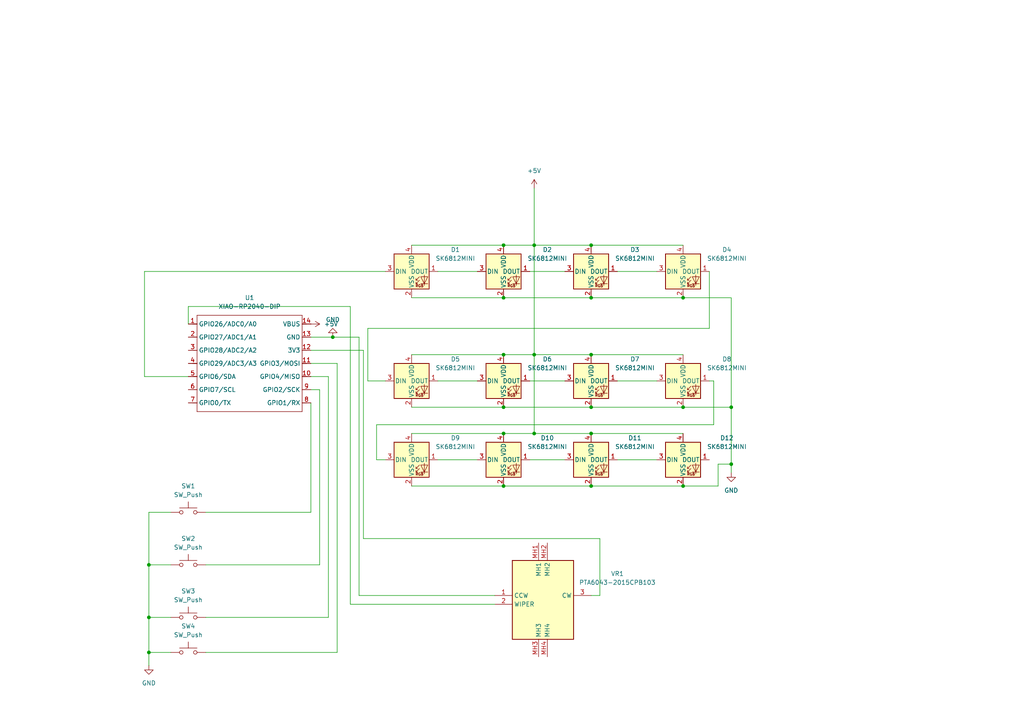
<source format=kicad_sch>
(kicad_sch
	(version 20231120)
	(generator "eeschema")
	(generator_version "8.0")
	(uuid "c4f95ff7-6de6-465e-9d55-f9d88775c0f8")
	(paper "A4")
	(lib_symbols
		(symbol "LED:SK6812MINI"
			(pin_names
				(offset 0.254)
			)
			(exclude_from_sim no)
			(in_bom yes)
			(on_board yes)
			(property "Reference" "D"
				(at 5.08 5.715 0)
				(effects
					(font
						(size 1.27 1.27)
					)
					(justify right bottom)
				)
			)
			(property "Value" "SK6812MINI"
				(at 1.27 -5.715 0)
				(effects
					(font
						(size 1.27 1.27)
					)
					(justify left top)
				)
			)
			(property "Footprint" "LED_SMD:LED_SK6812MINI_PLCC4_3.5x3.5mm_P1.75mm"
				(at 1.27 -7.62 0)
				(effects
					(font
						(size 1.27 1.27)
					)
					(justify left top)
					(hide yes)
				)
			)
			(property "Datasheet" "https://cdn-shop.adafruit.com/product-files/2686/SK6812MINI_REV.01-1-2.pdf"
				(at 2.54 -9.525 0)
				(effects
					(font
						(size 1.27 1.27)
					)
					(justify left top)
					(hide yes)
				)
			)
			(property "Description" "RGB LED with integrated controller"
				(at 0 0 0)
				(effects
					(font
						(size 1.27 1.27)
					)
					(hide yes)
				)
			)
			(property "ki_keywords" "RGB LED NeoPixel Mini addressable"
				(at 0 0 0)
				(effects
					(font
						(size 1.27 1.27)
					)
					(hide yes)
				)
			)
			(property "ki_fp_filters" "LED*SK6812MINI*PLCC*3.5x3.5mm*P1.75mm*"
				(at 0 0 0)
				(effects
					(font
						(size 1.27 1.27)
					)
					(hide yes)
				)
			)
			(symbol "SK6812MINI_0_0"
				(text "RGB"
					(at 2.286 -4.191 0)
					(effects
						(font
							(size 0.762 0.762)
						)
					)
				)
			)
			(symbol "SK6812MINI_0_1"
				(polyline
					(pts
						(xy 1.27 -3.556) (xy 1.778 -3.556)
					)
					(stroke
						(width 0)
						(type default)
					)
					(fill
						(type none)
					)
				)
				(polyline
					(pts
						(xy 1.27 -2.54) (xy 1.778 -2.54)
					)
					(stroke
						(width 0)
						(type default)
					)
					(fill
						(type none)
					)
				)
				(polyline
					(pts
						(xy 4.699 -3.556) (xy 2.667 -3.556)
					)
					(stroke
						(width 0)
						(type default)
					)
					(fill
						(type none)
					)
				)
				(polyline
					(pts
						(xy 2.286 -2.54) (xy 1.27 -3.556) (xy 1.27 -3.048)
					)
					(stroke
						(width 0)
						(type default)
					)
					(fill
						(type none)
					)
				)
				(polyline
					(pts
						(xy 2.286 -1.524) (xy 1.27 -2.54) (xy 1.27 -2.032)
					)
					(stroke
						(width 0)
						(type default)
					)
					(fill
						(type none)
					)
				)
				(polyline
					(pts
						(xy 3.683 -1.016) (xy 3.683 -3.556) (xy 3.683 -4.064)
					)
					(stroke
						(width 0)
						(type default)
					)
					(fill
						(type none)
					)
				)
				(polyline
					(pts
						(xy 4.699 -1.524) (xy 2.667 -1.524) (xy 3.683 -3.556) (xy 4.699 -1.524)
					)
					(stroke
						(width 0)
						(type default)
					)
					(fill
						(type none)
					)
				)
				(rectangle
					(start 5.08 5.08)
					(end -5.08 -5.08)
					(stroke
						(width 0.254)
						(type default)
					)
					(fill
						(type background)
					)
				)
			)
			(symbol "SK6812MINI_1_1"
				(pin output line
					(at 7.62 0 180)
					(length 2.54)
					(name "DOUT"
						(effects
							(font
								(size 1.27 1.27)
							)
						)
					)
					(number "1"
						(effects
							(font
								(size 1.27 1.27)
							)
						)
					)
				)
				(pin power_in line
					(at 0 -7.62 90)
					(length 2.54)
					(name "VSS"
						(effects
							(font
								(size 1.27 1.27)
							)
						)
					)
					(number "2"
						(effects
							(font
								(size 1.27 1.27)
							)
						)
					)
				)
				(pin input line
					(at -7.62 0 0)
					(length 2.54)
					(name "DIN"
						(effects
							(font
								(size 1.27 1.27)
							)
						)
					)
					(number "3"
						(effects
							(font
								(size 1.27 1.27)
							)
						)
					)
				)
				(pin power_in line
					(at 0 7.62 270)
					(length 2.54)
					(name "VDD"
						(effects
							(font
								(size 1.27 1.27)
							)
						)
					)
					(number "4"
						(effects
							(font
								(size 1.27 1.27)
							)
						)
					)
				)
			)
		)
		(symbol "OPL:XIAO-RP2040-DIP"
			(exclude_from_sim no)
			(in_bom yes)
			(on_board yes)
			(property "Reference" "U"
				(at 0 0 0)
				(effects
					(font
						(size 1.27 1.27)
					)
				)
			)
			(property "Value" "XIAO-RP2040-DIP"
				(at 5.334 -1.778 0)
				(effects
					(font
						(size 1.27 1.27)
					)
				)
			)
			(property "Footprint" "Module:MOUDLE14P-XIAO-DIP-SMD"
				(at 14.478 -32.258 0)
				(effects
					(font
						(size 1.27 1.27)
					)
					(hide yes)
				)
			)
			(property "Datasheet" ""
				(at 0 0 0)
				(effects
					(font
						(size 1.27 1.27)
					)
					(hide yes)
				)
			)
			(property "Description" ""
				(at 0 0 0)
				(effects
					(font
						(size 1.27 1.27)
					)
					(hide yes)
				)
			)
			(symbol "XIAO-RP2040-DIP_1_0"
				(polyline
					(pts
						(xy -1.27 -30.48) (xy -1.27 -16.51)
					)
					(stroke
						(width 0.1524)
						(type solid)
					)
					(fill
						(type none)
					)
				)
				(polyline
					(pts
						(xy -1.27 -27.94) (xy -2.54 -27.94)
					)
					(stroke
						(width 0.1524)
						(type solid)
					)
					(fill
						(type none)
					)
				)
				(polyline
					(pts
						(xy -1.27 -24.13) (xy -2.54 -24.13)
					)
					(stroke
						(width 0.1524)
						(type solid)
					)
					(fill
						(type none)
					)
				)
				(polyline
					(pts
						(xy -1.27 -20.32) (xy -2.54 -20.32)
					)
					(stroke
						(width 0.1524)
						(type solid)
					)
					(fill
						(type none)
					)
				)
				(polyline
					(pts
						(xy -1.27 -16.51) (xy -2.54 -16.51)
					)
					(stroke
						(width 0.1524)
						(type solid)
					)
					(fill
						(type none)
					)
				)
				(polyline
					(pts
						(xy -1.27 -16.51) (xy -1.27 -12.7)
					)
					(stroke
						(width 0.1524)
						(type solid)
					)
					(fill
						(type none)
					)
				)
				(polyline
					(pts
						(xy -1.27 -12.7) (xy -2.54 -12.7)
					)
					(stroke
						(width 0.1524)
						(type solid)
					)
					(fill
						(type none)
					)
				)
				(polyline
					(pts
						(xy -1.27 -12.7) (xy -1.27 -8.89)
					)
					(stroke
						(width 0.1524)
						(type solid)
					)
					(fill
						(type none)
					)
				)
				(polyline
					(pts
						(xy -1.27 -8.89) (xy -2.54 -8.89)
					)
					(stroke
						(width 0.1524)
						(type solid)
					)
					(fill
						(type none)
					)
				)
				(polyline
					(pts
						(xy -1.27 -8.89) (xy -1.27 -5.08)
					)
					(stroke
						(width 0.1524)
						(type solid)
					)
					(fill
						(type none)
					)
				)
				(polyline
					(pts
						(xy -1.27 -5.08) (xy -2.54 -5.08)
					)
					(stroke
						(width 0.1524)
						(type solid)
					)
					(fill
						(type none)
					)
				)
				(polyline
					(pts
						(xy -1.27 -5.08) (xy -1.27 -2.54)
					)
					(stroke
						(width 0.1524)
						(type solid)
					)
					(fill
						(type none)
					)
				)
				(polyline
					(pts
						(xy -1.27 -2.54) (xy 29.21 -2.54)
					)
					(stroke
						(width 0.1524)
						(type solid)
					)
					(fill
						(type none)
					)
				)
				(polyline
					(pts
						(xy 29.21 -30.48) (xy -1.27 -30.48)
					)
					(stroke
						(width 0.1524)
						(type solid)
					)
					(fill
						(type none)
					)
				)
				(polyline
					(pts
						(xy 29.21 -12.7) (xy 29.21 -30.48)
					)
					(stroke
						(width 0.1524)
						(type solid)
					)
					(fill
						(type none)
					)
				)
				(polyline
					(pts
						(xy 29.21 -8.89) (xy 29.21 -12.7)
					)
					(stroke
						(width 0.1524)
						(type solid)
					)
					(fill
						(type none)
					)
				)
				(polyline
					(pts
						(xy 29.21 -5.08) (xy 29.21 -8.89)
					)
					(stroke
						(width 0.1524)
						(type solid)
					)
					(fill
						(type none)
					)
				)
				(polyline
					(pts
						(xy 29.21 -2.54) (xy 29.21 -5.08)
					)
					(stroke
						(width 0.1524)
						(type solid)
					)
					(fill
						(type none)
					)
				)
				(polyline
					(pts
						(xy 30.48 -27.94) (xy 29.21 -27.94)
					)
					(stroke
						(width 0.1524)
						(type solid)
					)
					(fill
						(type none)
					)
				)
				(polyline
					(pts
						(xy 30.48 -24.13) (xy 29.21 -24.13)
					)
					(stroke
						(width 0.1524)
						(type solid)
					)
					(fill
						(type none)
					)
				)
				(polyline
					(pts
						(xy 30.48 -20.32) (xy 29.21 -20.32)
					)
					(stroke
						(width 0.1524)
						(type solid)
					)
					(fill
						(type none)
					)
				)
				(polyline
					(pts
						(xy 30.48 -16.51) (xy 29.21 -16.51)
					)
					(stroke
						(width 0.1524)
						(type solid)
					)
					(fill
						(type none)
					)
				)
				(polyline
					(pts
						(xy 30.48 -12.7) (xy 29.21 -12.7)
					)
					(stroke
						(width 0.1524)
						(type solid)
					)
					(fill
						(type none)
					)
				)
				(polyline
					(pts
						(xy 30.48 -8.89) (xy 29.21 -8.89)
					)
					(stroke
						(width 0.1524)
						(type solid)
					)
					(fill
						(type none)
					)
				)
				(polyline
					(pts
						(xy 30.48 -5.08) (xy 29.21 -5.08)
					)
					(stroke
						(width 0.1524)
						(type solid)
					)
					(fill
						(type none)
					)
				)
				(pin passive line
					(at -3.81 -5.08 0)
					(length 2.54)
					(name "GPIO26/ADC0/A0"
						(effects
							(font
								(size 1.27 1.27)
							)
						)
					)
					(number "1"
						(effects
							(font
								(size 1.27 1.27)
							)
						)
					)
				)
				(pin passive line
					(at 31.75 -20.32 180)
					(length 2.54)
					(name "GPIO4/MISO"
						(effects
							(font
								(size 1.27 1.27)
							)
						)
					)
					(number "10"
						(effects
							(font
								(size 1.27 1.27)
							)
						)
					)
				)
				(pin passive line
					(at 31.75 -16.51 180)
					(length 2.54)
					(name "GPIO3/MOSI"
						(effects
							(font
								(size 1.27 1.27)
							)
						)
					)
					(number "11"
						(effects
							(font
								(size 1.27 1.27)
							)
						)
					)
				)
				(pin passive line
					(at 31.75 -12.7 180)
					(length 2.54)
					(name "3V3"
						(effects
							(font
								(size 1.27 1.27)
							)
						)
					)
					(number "12"
						(effects
							(font
								(size 1.27 1.27)
							)
						)
					)
				)
				(pin passive line
					(at 31.75 -8.89 180)
					(length 2.54)
					(name "GND"
						(effects
							(font
								(size 1.27 1.27)
							)
						)
					)
					(number "13"
						(effects
							(font
								(size 1.27 1.27)
							)
						)
					)
				)
				(pin passive line
					(at 31.75 -5.08 180)
					(length 2.54)
					(name "VBUS"
						(effects
							(font
								(size 1.27 1.27)
							)
						)
					)
					(number "14"
						(effects
							(font
								(size 1.27 1.27)
							)
						)
					)
				)
				(pin passive line
					(at -3.81 -8.89 0)
					(length 2.54)
					(name "GPIO27/ADC1/A1"
						(effects
							(font
								(size 1.27 1.27)
							)
						)
					)
					(number "2"
						(effects
							(font
								(size 1.27 1.27)
							)
						)
					)
				)
				(pin passive line
					(at -3.81 -12.7 0)
					(length 2.54)
					(name "GPIO28/ADC2/A2"
						(effects
							(font
								(size 1.27 1.27)
							)
						)
					)
					(number "3"
						(effects
							(font
								(size 1.27 1.27)
							)
						)
					)
				)
				(pin passive line
					(at -3.81 -16.51 0)
					(length 2.54)
					(name "GPIO29/ADC3/A3"
						(effects
							(font
								(size 1.27 1.27)
							)
						)
					)
					(number "4"
						(effects
							(font
								(size 1.27 1.27)
							)
						)
					)
				)
				(pin passive line
					(at -3.81 -20.32 0)
					(length 2.54)
					(name "GPIO6/SDA"
						(effects
							(font
								(size 1.27 1.27)
							)
						)
					)
					(number "5"
						(effects
							(font
								(size 1.27 1.27)
							)
						)
					)
				)
				(pin passive line
					(at -3.81 -24.13 0)
					(length 2.54)
					(name "GPIO7/SCL"
						(effects
							(font
								(size 1.27 1.27)
							)
						)
					)
					(number "6"
						(effects
							(font
								(size 1.27 1.27)
							)
						)
					)
				)
				(pin passive line
					(at -3.81 -27.94 0)
					(length 2.54)
					(name "GPIO0/TX"
						(effects
							(font
								(size 1.27 1.27)
							)
						)
					)
					(number "7"
						(effects
							(font
								(size 1.27 1.27)
							)
						)
					)
				)
				(pin passive line
					(at 31.75 -27.94 180)
					(length 2.54)
					(name "GPIO1/RX"
						(effects
							(font
								(size 1.27 1.27)
							)
						)
					)
					(number "8"
						(effects
							(font
								(size 1.27 1.27)
							)
						)
					)
				)
				(pin passive line
					(at 31.75 -24.13 180)
					(length 2.54)
					(name "GPIO2/SCK"
						(effects
							(font
								(size 1.27 1.27)
							)
						)
					)
					(number "9"
						(effects
							(font
								(size 1.27 1.27)
							)
						)
					)
				)
			)
		)
		(symbol "Switch:SW_Push"
			(pin_numbers hide)
			(pin_names
				(offset 1.016) hide)
			(exclude_from_sim no)
			(in_bom yes)
			(on_board yes)
			(property "Reference" "SW"
				(at 1.27 2.54 0)
				(effects
					(font
						(size 1.27 1.27)
					)
					(justify left)
				)
			)
			(property "Value" "SW_Push"
				(at 0 -1.524 0)
				(effects
					(font
						(size 1.27 1.27)
					)
				)
			)
			(property "Footprint" ""
				(at 0 5.08 0)
				(effects
					(font
						(size 1.27 1.27)
					)
					(hide yes)
				)
			)
			(property "Datasheet" "~"
				(at 0 5.08 0)
				(effects
					(font
						(size 1.27 1.27)
					)
					(hide yes)
				)
			)
			(property "Description" "Push button switch, generic, two pins"
				(at 0 0 0)
				(effects
					(font
						(size 1.27 1.27)
					)
					(hide yes)
				)
			)
			(property "ki_keywords" "switch normally-open pushbutton push-button"
				(at 0 0 0)
				(effects
					(font
						(size 1.27 1.27)
					)
					(hide yes)
				)
			)
			(symbol "SW_Push_0_1"
				(circle
					(center -2.032 0)
					(radius 0.508)
					(stroke
						(width 0)
						(type default)
					)
					(fill
						(type none)
					)
				)
				(polyline
					(pts
						(xy 0 1.27) (xy 0 3.048)
					)
					(stroke
						(width 0)
						(type default)
					)
					(fill
						(type none)
					)
				)
				(polyline
					(pts
						(xy 2.54 1.27) (xy -2.54 1.27)
					)
					(stroke
						(width 0)
						(type default)
					)
					(fill
						(type none)
					)
				)
				(circle
					(center 2.032 0)
					(radius 0.508)
					(stroke
						(width 0)
						(type default)
					)
					(fill
						(type none)
					)
				)
				(pin passive line
					(at -5.08 0 0)
					(length 2.54)
					(name "1"
						(effects
							(font
								(size 1.27 1.27)
							)
						)
					)
					(number "1"
						(effects
							(font
								(size 1.27 1.27)
							)
						)
					)
				)
				(pin passive line
					(at 5.08 0 180)
					(length 2.54)
					(name "2"
						(effects
							(font
								(size 1.27 1.27)
							)
						)
					)
					(number "2"
						(effects
							(font
								(size 1.27 1.27)
							)
						)
					)
				)
			)
		)
		(symbol "power:+5V"
			(power)
			(pin_numbers hide)
			(pin_names
				(offset 0) hide)
			(exclude_from_sim no)
			(in_bom yes)
			(on_board yes)
			(property "Reference" "#PWR"
				(at 0 -3.81 0)
				(effects
					(font
						(size 1.27 1.27)
					)
					(hide yes)
				)
			)
			(property "Value" "+5V"
				(at 0 3.556 0)
				(effects
					(font
						(size 1.27 1.27)
					)
				)
			)
			(property "Footprint" ""
				(at 0 0 0)
				(effects
					(font
						(size 1.27 1.27)
					)
					(hide yes)
				)
			)
			(property "Datasheet" ""
				(at 0 0 0)
				(effects
					(font
						(size 1.27 1.27)
					)
					(hide yes)
				)
			)
			(property "Description" "Power symbol creates a global label with name \"+5V\""
				(at 0 0 0)
				(effects
					(font
						(size 1.27 1.27)
					)
					(hide yes)
				)
			)
			(property "ki_keywords" "global power"
				(at 0 0 0)
				(effects
					(font
						(size 1.27 1.27)
					)
					(hide yes)
				)
			)
			(symbol "+5V_0_1"
				(polyline
					(pts
						(xy -0.762 1.27) (xy 0 2.54)
					)
					(stroke
						(width 0)
						(type default)
					)
					(fill
						(type none)
					)
				)
				(polyline
					(pts
						(xy 0 0) (xy 0 2.54)
					)
					(stroke
						(width 0)
						(type default)
					)
					(fill
						(type none)
					)
				)
				(polyline
					(pts
						(xy 0 2.54) (xy 0.762 1.27)
					)
					(stroke
						(width 0)
						(type default)
					)
					(fill
						(type none)
					)
				)
			)
			(symbol "+5V_1_1"
				(pin power_in line
					(at 0 0 90)
					(length 0)
					(name "~"
						(effects
							(font
								(size 1.27 1.27)
							)
						)
					)
					(number "1"
						(effects
							(font
								(size 1.27 1.27)
							)
						)
					)
				)
			)
		)
		(symbol "power:GND"
			(power)
			(pin_numbers hide)
			(pin_names
				(offset 0) hide)
			(exclude_from_sim no)
			(in_bom yes)
			(on_board yes)
			(property "Reference" "#PWR"
				(at 0 -6.35 0)
				(effects
					(font
						(size 1.27 1.27)
					)
					(hide yes)
				)
			)
			(property "Value" "GND"
				(at 0 -3.81 0)
				(effects
					(font
						(size 1.27 1.27)
					)
				)
			)
			(property "Footprint" ""
				(at 0 0 0)
				(effects
					(font
						(size 1.27 1.27)
					)
					(hide yes)
				)
			)
			(property "Datasheet" ""
				(at 0 0 0)
				(effects
					(font
						(size 1.27 1.27)
					)
					(hide yes)
				)
			)
			(property "Description" "Power symbol creates a global label with name \"GND\" , ground"
				(at 0 0 0)
				(effects
					(font
						(size 1.27 1.27)
					)
					(hide yes)
				)
			)
			(property "ki_keywords" "global power"
				(at 0 0 0)
				(effects
					(font
						(size 1.27 1.27)
					)
					(hide yes)
				)
			)
			(symbol "GND_0_1"
				(polyline
					(pts
						(xy 0 0) (xy 0 -1.27) (xy 1.27 -1.27) (xy 0 -2.54) (xy -1.27 -1.27) (xy 0 -1.27)
					)
					(stroke
						(width 0)
						(type default)
					)
					(fill
						(type none)
					)
				)
			)
			(symbol "GND_1_1"
				(pin power_in line
					(at 0 0 270)
					(length 0)
					(name "~"
						(effects
							(font
								(size 1.27 1.27)
							)
						)
					)
					(number "1"
						(effects
							(font
								(size 1.27 1.27)
							)
						)
					)
				)
			)
		)
		(symbol "slider:PTA4543-2015CPB103"
			(exclude_from_sim no)
			(in_bom yes)
			(on_board yes)
			(property "Reference" "VR"
				(at 24.13 15.24 0)
				(effects
					(font
						(size 1.27 1.27)
					)
					(justify left top)
				)
			)
			(property "Value" "PTA4543-2015CPB103"
				(at 24.13 12.7 0)
				(effects
					(font
						(size 1.27 1.27)
					)
					(justify left top)
				)
			)
			(property "Footprint" "PTA45432015CPB103"
				(at 24.13 -87.3 0)
				(effects
					(font
						(size 1.27 1.27)
					)
					(justify left top)
					(hide yes)
				)
			)
			(property "Datasheet" "https://www.bourns.com/docs/Product-Datasheets/pta.pdf"
				(at 24.13 -187.3 0)
				(effects
					(font
						(size 1.27 1.27)
					)
					(justify left top)
					(hide yes)
				)
			)
			(property "Description" "10 kOhms 0.25W, 1/4W Through Hole Slide Potentiometer Top Adjustment Type"
				(at 0 0 0)
				(effects
					(font
						(size 1.27 1.27)
					)
					(hide yes)
				)
			)
			(property "Height" "16.9"
				(at 24.13 -387.3 0)
				(effects
					(font
						(size 1.27 1.27)
					)
					(justify left top)
					(hide yes)
				)
			)
			(property "Mouser Part Number" "652-PTA4432015CPB103"
				(at 24.13 -487.3 0)
				(effects
					(font
						(size 1.27 1.27)
					)
					(justify left top)
					(hide yes)
				)
			)
			(property "Mouser Price/Stock" "https://www.mouser.co.uk/ProductDetail/Bourns/PTA4543-2015CPB103?qs=QARuOjD9jaFP%252BHLkBW3iiw%3D%3D"
				(at 24.13 -587.3 0)
				(effects
					(font
						(size 1.27 1.27)
					)
					(justify left top)
					(hide yes)
				)
			)
			(property "Manufacturer_Name" "Bourns"
				(at 24.13 -687.3 0)
				(effects
					(font
						(size 1.27 1.27)
					)
					(justify left top)
					(hide yes)
				)
			)
			(property "Manufacturer_Part_Number" "PTA4543-2015CPB103"
				(at 24.13 -787.3 0)
				(effects
					(font
						(size 1.27 1.27)
					)
					(justify left top)
					(hide yes)
				)
			)
			(symbol "PTA4543-2015CPB103_1_1"
				(rectangle
					(start 5.08 10.16)
					(end 22.86 -12.7)
					(stroke
						(width 0.254)
						(type default)
					)
					(fill
						(type background)
					)
				)
				(pin passive line
					(at 0 0 0)
					(length 5.08)
					(name "CCW"
						(effects
							(font
								(size 1.27 1.27)
							)
						)
					)
					(number "1"
						(effects
							(font
								(size 1.27 1.27)
							)
						)
					)
				)
				(pin passive line
					(at 0 -2.54 0)
					(length 5.08)
					(name "WIPER"
						(effects
							(font
								(size 1.27 1.27)
							)
						)
					)
					(number "2"
						(effects
							(font
								(size 1.27 1.27)
							)
						)
					)
				)
				(pin passive line
					(at 27.94 0 180)
					(length 5.08)
					(name "CW"
						(effects
							(font
								(size 1.27 1.27)
							)
						)
					)
					(number "3"
						(effects
							(font
								(size 1.27 1.27)
							)
						)
					)
				)
				(pin passive line
					(at 12.7 15.24 270)
					(length 5.08)
					(name "MH1"
						(effects
							(font
								(size 1.27 1.27)
							)
						)
					)
					(number "MH1"
						(effects
							(font
								(size 1.27 1.27)
							)
						)
					)
				)
				(pin passive line
					(at 15.24 15.24 270)
					(length 5.08)
					(name "MH2"
						(effects
							(font
								(size 1.27 1.27)
							)
						)
					)
					(number "MH2"
						(effects
							(font
								(size 1.27 1.27)
							)
						)
					)
				)
				(pin passive line
					(at 12.7 -17.78 90)
					(length 5.08)
					(name "MH3"
						(effects
							(font
								(size 1.27 1.27)
							)
						)
					)
					(number "MH3"
						(effects
							(font
								(size 1.27 1.27)
							)
						)
					)
				)
				(pin passive line
					(at 15.24 -17.78 90)
					(length 5.08)
					(name "MH4"
						(effects
							(font
								(size 1.27 1.27)
							)
						)
					)
					(number "MH4"
						(effects
							(font
								(size 1.27 1.27)
							)
						)
					)
				)
			)
		)
	)
	(junction
		(at 171.45 71.12)
		(diameter 0)
		(color 0 0 0 0)
		(uuid "01361fe0-e242-4ae2-a16c-a84fa6bb9dcb")
	)
	(junction
		(at 43.18 189.23)
		(diameter 0)
		(color 0 0 0 0)
		(uuid "01c611a7-c32f-4d5a-8b78-114347bf180a")
	)
	(junction
		(at 146.05 102.87)
		(diameter 0)
		(color 0 0 0 0)
		(uuid "11229f8c-de79-453f-b747-927ff36a039a")
	)
	(junction
		(at 198.12 140.97)
		(diameter 0)
		(color 0 0 0 0)
		(uuid "1ef315eb-253d-4ceb-ad65-bb5ea31873da")
	)
	(junction
		(at 212.09 134.62)
		(diameter 0)
		(color 0 0 0 0)
		(uuid "34fe5ea8-93e6-4335-96b0-28366b4b6c18")
	)
	(junction
		(at 96.52 97.79)
		(diameter 0)
		(color 0 0 0 0)
		(uuid "46836d06-5452-4d88-a6ca-1683b37c0bcd")
	)
	(junction
		(at 198.12 118.11)
		(diameter 0)
		(color 0 0 0 0)
		(uuid "529294d9-3077-4314-9696-70e1583d1e39")
	)
	(junction
		(at 146.05 86.36)
		(diameter 0)
		(color 0 0 0 0)
		(uuid "5e70d421-ec90-40a9-81aa-b487841e2cc8")
	)
	(junction
		(at 146.05 118.11)
		(diameter 0)
		(color 0 0 0 0)
		(uuid "6e8139b4-f646-41ec-8304-223e98c6b4dd")
	)
	(junction
		(at 171.45 86.36)
		(diameter 0)
		(color 0 0 0 0)
		(uuid "77d2ecbf-3a62-42f9-9b0f-c1a70d522254")
	)
	(junction
		(at 154.94 71.12)
		(diameter 0)
		(color 0 0 0 0)
		(uuid "7b6cb15f-a728-4971-b7c4-ee71c0560441")
	)
	(junction
		(at 154.94 125.73)
		(diameter 0)
		(color 0 0 0 0)
		(uuid "7cbfd2d6-63c4-4e22-92e9-5f9d3cef5b25")
	)
	(junction
		(at 171.45 140.97)
		(diameter 0)
		(color 0 0 0 0)
		(uuid "8290e3c8-279c-42b1-b243-d530c5cfecaa")
	)
	(junction
		(at 171.45 118.11)
		(diameter 0)
		(color 0 0 0 0)
		(uuid "8e98b123-3ea1-4482-bbf1-f8d5c026b3bc")
	)
	(junction
		(at 198.12 86.36)
		(diameter 0)
		(color 0 0 0 0)
		(uuid "94ffaf95-461c-4b34-85f9-ad5cefd9bfbe")
	)
	(junction
		(at 146.05 140.97)
		(diameter 0)
		(color 0 0 0 0)
		(uuid "a11f0339-2a66-4515-85ad-1bc1b7d46bb3")
	)
	(junction
		(at 43.18 163.83)
		(diameter 0)
		(color 0 0 0 0)
		(uuid "accb036f-acb7-4974-b800-871f46dcc0db")
	)
	(junction
		(at 146.05 125.73)
		(diameter 0)
		(color 0 0 0 0)
		(uuid "b1b79e4c-5c2a-4863-834f-6f053baf32a8")
	)
	(junction
		(at 171.45 102.87)
		(diameter 0)
		(color 0 0 0 0)
		(uuid "b6efdd38-5c8e-4030-995b-665bc6025590")
	)
	(junction
		(at 146.05 71.12)
		(diameter 0)
		(color 0 0 0 0)
		(uuid "c73510af-ff24-4141-a502-71ec54f5aa86")
	)
	(junction
		(at 43.18 179.07)
		(diameter 0)
		(color 0 0 0 0)
		(uuid "c807deb3-4571-48ee-8ecd-eef25281dc3f")
	)
	(junction
		(at 154.94 102.87)
		(diameter 0)
		(color 0 0 0 0)
		(uuid "c82ad569-d132-4f28-84e4-216fb609348b")
	)
	(junction
		(at 212.09 118.11)
		(diameter 0)
		(color 0 0 0 0)
		(uuid "d49f83df-2c12-4b55-8706-7117eab28409")
	)
	(junction
		(at 171.45 125.73)
		(diameter 0)
		(color 0 0 0 0)
		(uuid "d7efeeb1-d9f8-4ba2-9af5-63bb8382785e")
	)
	(wire
		(pts
			(xy 43.18 189.23) (xy 49.53 189.23)
		)
		(stroke
			(width 0)
			(type default)
		)
		(uuid "003e2d6b-0dea-4c22-938d-b9a4babf7aa9")
	)
	(wire
		(pts
			(xy 119.38 71.12) (xy 146.05 71.12)
		)
		(stroke
			(width 0)
			(type default)
		)
		(uuid "021dcad4-ae60-4ca8-bc6c-c5c648d035d0")
	)
	(wire
		(pts
			(xy 171.45 140.97) (xy 198.12 140.97)
		)
		(stroke
			(width 0)
			(type default)
		)
		(uuid "0693bf9f-3b63-4460-a52f-35380cd38fb9")
	)
	(wire
		(pts
			(xy 146.05 102.87) (xy 154.94 102.87)
		)
		(stroke
			(width 0)
			(type default)
		)
		(uuid "07923fd4-dbf0-4435-a5de-b5bc67083617")
	)
	(wire
		(pts
			(xy 154.94 102.87) (xy 154.94 125.73)
		)
		(stroke
			(width 0)
			(type default)
		)
		(uuid "07e7e9b0-8e85-40e0-bf59-da1905791472")
	)
	(wire
		(pts
			(xy 43.18 148.59) (xy 43.18 163.83)
		)
		(stroke
			(width 0)
			(type default)
		)
		(uuid "0b2b4497-597f-4dce-b69a-35ab9c9de0d3")
	)
	(wire
		(pts
			(xy 171.45 71.12) (xy 198.12 71.12)
		)
		(stroke
			(width 0)
			(type default)
		)
		(uuid "18f428a6-6cb4-488d-b847-50187deed7cc")
	)
	(wire
		(pts
			(xy 92.71 113.03) (xy 90.17 113.03)
		)
		(stroke
			(width 0)
			(type default)
		)
		(uuid "19fe3d8f-3331-42e4-ab80-92e6c38fa169")
	)
	(wire
		(pts
			(xy 59.69 148.59) (xy 90.17 148.59)
		)
		(stroke
			(width 0)
			(type default)
		)
		(uuid "1e02f9f8-4723-44fb-8d91-872f7236b799")
	)
	(wire
		(pts
			(xy 95.25 109.22) (xy 90.17 109.22)
		)
		(stroke
			(width 0)
			(type default)
		)
		(uuid "1f647cd2-610c-4450-9e50-5f59be98073e")
	)
	(wire
		(pts
			(xy 43.18 179.07) (xy 43.18 189.23)
		)
		(stroke
			(width 0)
			(type default)
		)
		(uuid "2223c90a-a850-4b7e-8249-f9f0ef829557")
	)
	(wire
		(pts
			(xy 106.68 95.25) (xy 106.68 110.49)
		)
		(stroke
			(width 0)
			(type default)
		)
		(uuid "25b5c139-34fe-4ba7-96ba-a057cc9b9d49")
	)
	(wire
		(pts
			(xy 90.17 97.79) (xy 96.52 97.79)
		)
		(stroke
			(width 0)
			(type default)
		)
		(uuid "29245607-a10f-4be4-a49b-f0417289bee0")
	)
	(wire
		(pts
			(xy 43.18 163.83) (xy 49.53 163.83)
		)
		(stroke
			(width 0)
			(type default)
		)
		(uuid "293991c9-e8e3-4b40-88ac-0df99860d9c8")
	)
	(wire
		(pts
			(xy 49.53 148.59) (xy 43.18 148.59)
		)
		(stroke
			(width 0)
			(type default)
		)
		(uuid "2d93b5ea-3e8d-48b5-a224-4275df6956fd")
	)
	(wire
		(pts
			(xy 208.28 134.62) (xy 212.09 134.62)
		)
		(stroke
			(width 0)
			(type default)
		)
		(uuid "31dff567-fe88-4faf-878f-892e63e5002b")
	)
	(wire
		(pts
			(xy 101.6 175.26) (xy 143.51 175.26)
		)
		(stroke
			(width 0)
			(type default)
		)
		(uuid "33c8f623-9dbd-4fa7-9aff-7c63b2062ada")
	)
	(wire
		(pts
			(xy 43.18 163.83) (xy 43.18 179.07)
		)
		(stroke
			(width 0)
			(type default)
		)
		(uuid "36f38e63-1b81-468f-b56d-08f98d681a70")
	)
	(wire
		(pts
			(xy 106.68 110.49) (xy 111.76 110.49)
		)
		(stroke
			(width 0)
			(type default)
		)
		(uuid "3758336c-e324-4199-8652-5eeb600b098d")
	)
	(wire
		(pts
			(xy 208.28 140.97) (xy 208.28 134.62)
		)
		(stroke
			(width 0)
			(type default)
		)
		(uuid "3aa4e6d0-ecf0-4bda-8037-b8d9eabfee23")
	)
	(wire
		(pts
			(xy 205.74 78.74) (xy 205.74 95.25)
		)
		(stroke
			(width 0)
			(type default)
		)
		(uuid "3d240b00-8753-4fce-abeb-04f0d1dfd683")
	)
	(wire
		(pts
			(xy 146.05 140.97) (xy 171.45 140.97)
		)
		(stroke
			(width 0)
			(type default)
		)
		(uuid "3dadfdf7-befc-47d1-a1c8-8467955e2701")
	)
	(wire
		(pts
			(xy 105.41 156.21) (xy 173.99 156.21)
		)
		(stroke
			(width 0)
			(type default)
		)
		(uuid "3f761030-df3d-439e-9f84-7f5cf18fd8c5")
	)
	(wire
		(pts
			(xy 171.45 86.36) (xy 146.05 86.36)
		)
		(stroke
			(width 0)
			(type default)
		)
		(uuid "3fd21bf0-9c4e-45dd-adbf-8a46018e76e1")
	)
	(wire
		(pts
			(xy 179.07 110.49) (xy 190.5 110.49)
		)
		(stroke
			(width 0)
			(type default)
		)
		(uuid "41bb7c80-f9cb-497d-9971-7b33f87b1b1a")
	)
	(wire
		(pts
			(xy 97.79 105.41) (xy 97.79 189.23)
		)
		(stroke
			(width 0)
			(type default)
		)
		(uuid "440c8cf5-2c68-4ba4-9c9c-aed5f8787db5")
	)
	(wire
		(pts
			(xy 173.99 156.21) (xy 173.99 172.72)
		)
		(stroke
			(width 0)
			(type default)
		)
		(uuid "452eaaf6-814b-4a2c-9d9b-4be30270806c")
	)
	(wire
		(pts
			(xy 198.12 140.97) (xy 208.28 140.97)
		)
		(stroke
			(width 0)
			(type default)
		)
		(uuid "45fc53c2-1068-4c96-be76-d7839114f776")
	)
	(wire
		(pts
			(xy 119.38 102.87) (xy 146.05 102.87)
		)
		(stroke
			(width 0)
			(type default)
		)
		(uuid "48e7ed9e-b138-4b63-a2b4-b8dfe6b43a59")
	)
	(wire
		(pts
			(xy 146.05 86.36) (xy 119.38 86.36)
		)
		(stroke
			(width 0)
			(type default)
		)
		(uuid "4a4ac31c-a2ff-4eea-9958-ab3389444a11")
	)
	(wire
		(pts
			(xy 54.61 88.9) (xy 101.6 88.9)
		)
		(stroke
			(width 0)
			(type default)
		)
		(uuid "4b26865e-9475-4771-970c-eca208e5f6c8")
	)
	(wire
		(pts
			(xy 153.67 133.35) (xy 163.83 133.35)
		)
		(stroke
			(width 0)
			(type default)
		)
		(uuid "4b6c4f8d-2608-47ad-823b-47dcf58174f6")
	)
	(wire
		(pts
			(xy 59.69 163.83) (xy 92.71 163.83)
		)
		(stroke
			(width 0)
			(type default)
		)
		(uuid "500de7f4-3f81-4e0e-83d4-4858da3d86c5")
	)
	(wire
		(pts
			(xy 119.38 125.73) (xy 146.05 125.73)
		)
		(stroke
			(width 0)
			(type default)
		)
		(uuid "5040f45d-d68b-4c03-b09e-3c227ad6ea3f")
	)
	(wire
		(pts
			(xy 198.12 86.36) (xy 171.45 86.36)
		)
		(stroke
			(width 0)
			(type default)
		)
		(uuid "5455a45d-07d4-4e22-8954-8c9ddeabaef4")
	)
	(wire
		(pts
			(xy 146.05 125.73) (xy 154.94 125.73)
		)
		(stroke
			(width 0)
			(type default)
		)
		(uuid "587f1860-2929-4829-895b-932558d86cb4")
	)
	(wire
		(pts
			(xy 41.91 78.74) (xy 111.76 78.74)
		)
		(stroke
			(width 0)
			(type default)
		)
		(uuid "58940ae2-83f3-4096-a775-00875e8706d6")
	)
	(wire
		(pts
			(xy 154.94 54.61) (xy 154.94 71.12)
		)
		(stroke
			(width 0)
			(type default)
		)
		(uuid "59096137-fefd-4929-a7b2-411b6b5b08e1")
	)
	(wire
		(pts
			(xy 96.52 97.79) (xy 104.14 97.79)
		)
		(stroke
			(width 0)
			(type default)
		)
		(uuid "646767d1-5352-466e-8016-5f75ccfd5c69")
	)
	(wire
		(pts
			(xy 212.09 137.16) (xy 212.09 134.62)
		)
		(stroke
			(width 0)
			(type default)
		)
		(uuid "6d5185c5-c167-41e2-bae4-9af54a1c0e36")
	)
	(wire
		(pts
			(xy 109.22 123.19) (xy 109.22 133.35)
		)
		(stroke
			(width 0)
			(type default)
		)
		(uuid "6ef6090a-87d0-4354-9d3d-7d8e3c1d36ee")
	)
	(wire
		(pts
			(xy 127 110.49) (xy 138.43 110.49)
		)
		(stroke
			(width 0)
			(type default)
		)
		(uuid "71fcb7ff-35ec-42a2-a2ec-ccda05bfe181")
	)
	(wire
		(pts
			(xy 171.45 125.73) (xy 198.12 125.73)
		)
		(stroke
			(width 0)
			(type default)
		)
		(uuid "72a1d5b1-d4ec-4ef0-adf4-9a13603f6d1b")
	)
	(wire
		(pts
			(xy 119.38 118.11) (xy 146.05 118.11)
		)
		(stroke
			(width 0)
			(type default)
		)
		(uuid "75ea7192-fa2f-4d35-b9ff-c847864bc69a")
	)
	(wire
		(pts
			(xy 105.41 101.6) (xy 105.41 156.21)
		)
		(stroke
			(width 0)
			(type default)
		)
		(uuid "79b48f21-bfca-414b-a008-76f50a5b05af")
	)
	(wire
		(pts
			(xy 59.69 179.07) (xy 95.25 179.07)
		)
		(stroke
			(width 0)
			(type default)
		)
		(uuid "7c4ecf91-dfd9-49ed-8b5d-fc40b4eac712")
	)
	(wire
		(pts
			(xy 101.6 88.9) (xy 101.6 175.26)
		)
		(stroke
			(width 0)
			(type default)
		)
		(uuid "7ea8dbaa-1551-4568-a750-e79260bd1339")
	)
	(wire
		(pts
			(xy 212.09 86.36) (xy 198.12 86.36)
		)
		(stroke
			(width 0)
			(type default)
		)
		(uuid "80a48271-1231-455e-881a-9c38f4df7bde")
	)
	(wire
		(pts
			(xy 119.38 140.97) (xy 146.05 140.97)
		)
		(stroke
			(width 0)
			(type default)
		)
		(uuid "819e5393-b35b-4765-90bf-76476bdac67f")
	)
	(wire
		(pts
			(xy 95.25 179.07) (xy 95.25 109.22)
		)
		(stroke
			(width 0)
			(type default)
		)
		(uuid "88c4b698-2b10-4068-8287-36bc773fba36")
	)
	(wire
		(pts
			(xy 173.99 172.72) (xy 171.45 172.72)
		)
		(stroke
			(width 0)
			(type default)
		)
		(uuid "89b01f65-53fa-4ed4-a24f-a08f65d4a9dd")
	)
	(wire
		(pts
			(xy 97.79 189.23) (xy 59.69 189.23)
		)
		(stroke
			(width 0)
			(type default)
		)
		(uuid "8c8a9947-0257-4487-a676-d11dc377691a")
	)
	(wire
		(pts
			(xy 153.67 110.49) (xy 163.83 110.49)
		)
		(stroke
			(width 0)
			(type default)
		)
		(uuid "8cccbb86-cf21-44f4-bcae-982ed5929538")
	)
	(wire
		(pts
			(xy 54.61 109.22) (xy 41.91 109.22)
		)
		(stroke
			(width 0)
			(type default)
		)
		(uuid "8fc0c067-c28c-4153-8352-d0ffe43b93cc")
	)
	(wire
		(pts
			(xy 92.71 163.83) (xy 92.71 113.03)
		)
		(stroke
			(width 0)
			(type default)
		)
		(uuid "92a86955-a492-413a-af2e-9046035b8708")
	)
	(wire
		(pts
			(xy 205.74 110.49) (xy 207.01 110.49)
		)
		(stroke
			(width 0)
			(type default)
		)
		(uuid "9a203d66-7bd3-482f-9ad4-a418048c6153")
	)
	(wire
		(pts
			(xy 171.45 118.11) (xy 198.12 118.11)
		)
		(stroke
			(width 0)
			(type default)
		)
		(uuid "9c286b8e-a1ad-41e8-8fd6-85bd661063db")
	)
	(wire
		(pts
			(xy 207.01 110.49) (xy 207.01 123.19)
		)
		(stroke
			(width 0)
			(type default)
		)
		(uuid "9f1a9b76-040b-4504-8e74-16940e90be8a")
	)
	(wire
		(pts
			(xy 154.94 71.12) (xy 154.94 102.87)
		)
		(stroke
			(width 0)
			(type default)
		)
		(uuid "a16467e2-59ed-4c27-bc84-6efda7870a41")
	)
	(wire
		(pts
			(xy 146.05 71.12) (xy 154.94 71.12)
		)
		(stroke
			(width 0)
			(type default)
		)
		(uuid "a23da2c6-1582-487c-8e7c-3a1333a0fbd2")
	)
	(wire
		(pts
			(xy 104.14 97.79) (xy 104.14 172.72)
		)
		(stroke
			(width 0)
			(type default)
		)
		(uuid "a7a03b91-fd74-4914-ad09-b15b13602912")
	)
	(wire
		(pts
			(xy 127 78.74) (xy 138.43 78.74)
		)
		(stroke
			(width 0)
			(type default)
		)
		(uuid "b1bf26e9-6689-4040-a681-8f996ff58da7")
	)
	(wire
		(pts
			(xy 179.07 78.74) (xy 190.5 78.74)
		)
		(stroke
			(width 0)
			(type default)
		)
		(uuid "b582311c-6fb2-4b68-86c0-c6c10e609998")
	)
	(wire
		(pts
			(xy 198.12 118.11) (xy 212.09 118.11)
		)
		(stroke
			(width 0)
			(type default)
		)
		(uuid "b77e2599-6339-44c7-968a-325d2a93db1e")
	)
	(wire
		(pts
			(xy 207.01 123.19) (xy 109.22 123.19)
		)
		(stroke
			(width 0)
			(type default)
		)
		(uuid "bb5ad757-bef8-43da-9140-44d44944498c")
	)
	(wire
		(pts
			(xy 205.74 95.25) (xy 106.68 95.25)
		)
		(stroke
			(width 0)
			(type default)
		)
		(uuid "be773ba0-3c0a-46f1-bda4-db4dcd9c901b")
	)
	(wire
		(pts
			(xy 41.91 109.22) (xy 41.91 78.74)
		)
		(stroke
			(width 0)
			(type default)
		)
		(uuid "c5f78401-6f4e-4a74-abd9-83742f7140c2")
	)
	(wire
		(pts
			(xy 90.17 148.59) (xy 90.17 116.84)
		)
		(stroke
			(width 0)
			(type default)
		)
		(uuid "c6922e5a-ee21-45fd-aa31-0095d8ca22d1")
	)
	(wire
		(pts
			(xy 154.94 71.12) (xy 171.45 71.12)
		)
		(stroke
			(width 0)
			(type default)
		)
		(uuid "ccddea4e-e0b6-473a-9094-430f03c79c98")
	)
	(wire
		(pts
			(xy 90.17 101.6) (xy 105.41 101.6)
		)
		(stroke
			(width 0)
			(type default)
		)
		(uuid "cd3c4f67-66d8-4487-82bc-4a3451c20d41")
	)
	(wire
		(pts
			(xy 212.09 134.62) (xy 212.09 118.11)
		)
		(stroke
			(width 0)
			(type default)
		)
		(uuid "cdb4960e-6f69-4044-a757-d3cc6b30c3a9")
	)
	(wire
		(pts
			(xy 43.18 189.23) (xy 43.18 193.04)
		)
		(stroke
			(width 0)
			(type default)
		)
		(uuid "ce37f553-db3e-4d12-aa9e-1216f65fdcf2")
	)
	(wire
		(pts
			(xy 54.61 93.98) (xy 54.61 88.9)
		)
		(stroke
			(width 0)
			(type default)
		)
		(uuid "cf8dd082-f048-4392-89dd-a49f427ec1de")
	)
	(wire
		(pts
			(xy 109.22 133.35) (xy 111.76 133.35)
		)
		(stroke
			(width 0)
			(type default)
		)
		(uuid "d16fb09c-2478-45e0-a56b-e0e8c32304ca")
	)
	(wire
		(pts
			(xy 154.94 102.87) (xy 171.45 102.87)
		)
		(stroke
			(width 0)
			(type default)
		)
		(uuid "d5db35f8-3ede-4e12-9664-3d91215d5097")
	)
	(wire
		(pts
			(xy 104.14 172.72) (xy 143.51 172.72)
		)
		(stroke
			(width 0)
			(type default)
		)
		(uuid "d6fd8b65-d9f5-4eab-bc21-00db08b7b5a7")
	)
	(wire
		(pts
			(xy 43.18 179.07) (xy 49.53 179.07)
		)
		(stroke
			(width 0)
			(type default)
		)
		(uuid "d8840e8c-5dfd-46bc-acb6-33cc2403b21c")
	)
	(wire
		(pts
			(xy 171.45 102.87) (xy 198.12 102.87)
		)
		(stroke
			(width 0)
			(type default)
		)
		(uuid "d9165d84-661f-4333-a763-ec9ff74f1ecc")
	)
	(wire
		(pts
			(xy 212.09 118.11) (xy 212.09 86.36)
		)
		(stroke
			(width 0)
			(type default)
		)
		(uuid "d9f66ed2-bce4-4bf0-8ffd-31c1aeef1d29")
	)
	(wire
		(pts
			(xy 179.07 133.35) (xy 190.5 133.35)
		)
		(stroke
			(width 0)
			(type default)
		)
		(uuid "dd4deca5-cfed-4b54-a8ab-14a9f41da466")
	)
	(wire
		(pts
			(xy 153.67 78.74) (xy 163.83 78.74)
		)
		(stroke
			(width 0)
			(type default)
		)
		(uuid "e1b57fa6-81e5-4a66-b4f6-dbf032be1027")
	)
	(wire
		(pts
			(xy 154.94 125.73) (xy 171.45 125.73)
		)
		(stroke
			(width 0)
			(type default)
		)
		(uuid "e43b0a34-35f6-4c16-b98e-afd727081aff")
	)
	(wire
		(pts
			(xy 146.05 118.11) (xy 171.45 118.11)
		)
		(stroke
			(width 0)
			(type default)
		)
		(uuid "e68b2f65-a7c7-498c-9a49-97f016a03712")
	)
	(wire
		(pts
			(xy 90.17 105.41) (xy 97.79 105.41)
		)
		(stroke
			(width 0)
			(type default)
		)
		(uuid "e7b6afdc-9bca-4847-aa15-18c1505eb5da")
	)
	(wire
		(pts
			(xy 127 133.35) (xy 138.43 133.35)
		)
		(stroke
			(width 0)
			(type default)
		)
		(uuid "f9b6553d-d5e3-4173-a51c-367475c05870")
	)
	(symbol
		(lib_id "OPL:XIAO-RP2040-DIP")
		(at 58.42 88.9 0)
		(unit 1)
		(exclude_from_sim no)
		(in_bom yes)
		(on_board yes)
		(dnp no)
		(fields_autoplaced yes)
		(uuid "16a7b0c4-2b81-4fe0-a05f-f11fcc4c5dbe")
		(property "Reference" "U1"
			(at 72.39 86.36 0)
			(effects
				(font
					(size 1.27 1.27)
				)
			)
		)
		(property "Value" "XIAO-RP2040-DIP"
			(at 72.39 88.9 0)
			(effects
				(font
					(size 1.27 1.27)
				)
			)
		)
		(property "Footprint" "OPL:XIAO-RP2040-DIP"
			(at 72.898 121.158 0)
			(effects
				(font
					(size 1.27 1.27)
				)
				(hide yes)
			)
		)
		(property "Datasheet" ""
			(at 58.42 88.9 0)
			(effects
				(font
					(size 1.27 1.27)
				)
				(hide yes)
			)
		)
		(property "Description" ""
			(at 58.42 88.9 0)
			(effects
				(font
					(size 1.27 1.27)
				)
				(hide yes)
			)
		)
		(pin "11"
			(uuid "fc1f5e56-ef87-4f67-9e3d-d7e9f6eeb312")
		)
		(pin "13"
			(uuid "fd08485a-230f-4cfb-9e83-87ba6bae6b31")
		)
		(pin "1"
			(uuid "50cab7f0-f619-4155-ada3-a5662cc4a59e")
		)
		(pin "10"
			(uuid "c50c3d21-cc10-4400-8be3-83f9177c03fb")
		)
		(pin "14"
			(uuid "44a4bbc9-f41c-473f-8996-4480cc04fe22")
		)
		(pin "12"
			(uuid "a3ccbc71-552d-4b45-963a-f3ee4112a569")
		)
		(pin "2"
			(uuid "84c3aa13-36a2-44fa-82cb-9b6e2e816b08")
		)
		(pin "9"
			(uuid "585e6fe4-d868-45e8-ba93-79b84fa91fc4")
		)
		(pin "5"
			(uuid "414d09fa-d849-439c-9d33-40c338d7a10f")
		)
		(pin "4"
			(uuid "47fe5586-0a5d-4788-8fb0-39def39de52c")
		)
		(pin "8"
			(uuid "4c50d060-2cdf-43e3-aca9-1d2223507a5e")
		)
		(pin "3"
			(uuid "3dc2c6c6-9502-40b5-9352-ad576da38b4d")
		)
		(pin "7"
			(uuid "73aefb94-f99b-4933-9abc-540bbc0ca524")
		)
		(pin "6"
			(uuid "ce85dd42-908a-46cc-947f-8e8d0058469e")
		)
		(instances
			(project ""
				(path "/c4f95ff7-6de6-465e-9d55-f9d88775c0f8"
					(reference "U1")
					(unit 1)
				)
			)
		)
	)
	(symbol
		(lib_id "Switch:SW_Push")
		(at 54.61 148.59 0)
		(unit 1)
		(exclude_from_sim no)
		(in_bom yes)
		(on_board yes)
		(dnp no)
		(fields_autoplaced yes)
		(uuid "1e520f20-ce14-4383-9e60-b3d4f4c051b7")
		(property "Reference" "SW1"
			(at 54.61 140.97 0)
			(effects
				(font
					(size 1.27 1.27)
				)
			)
		)
		(property "Value" "SW_Push"
			(at 54.61 143.51 0)
			(effects
				(font
					(size 1.27 1.27)
				)
			)
		)
		(property "Footprint" "Button_Switch_Keyboard:SW_Cherry_MX_1.00u_PCB"
			(at 54.61 143.51 0)
			(effects
				(font
					(size 1.27 1.27)
				)
				(hide yes)
			)
		)
		(property "Datasheet" "~"
			(at 54.61 143.51 0)
			(effects
				(font
					(size 1.27 1.27)
				)
				(hide yes)
			)
		)
		(property "Description" "Push button switch, generic, two pins"
			(at 54.61 148.59 0)
			(effects
				(font
					(size 1.27 1.27)
				)
				(hide yes)
			)
		)
		(pin "1"
			(uuid "72142c5d-a849-4cb3-8b8d-d57babeb8b5e")
		)
		(pin "2"
			(uuid "2970d49a-931e-4893-9b58-df92596cb7ef")
		)
		(instances
			(project ""
				(path "/c4f95ff7-6de6-465e-9d55-f9d88775c0f8"
					(reference "SW1")
					(unit 1)
				)
			)
		)
	)
	(symbol
		(lib_id "LED:SK6812MINI")
		(at 198.12 78.74 0)
		(unit 1)
		(exclude_from_sim no)
		(in_bom yes)
		(on_board yes)
		(dnp no)
		(fields_autoplaced yes)
		(uuid "27b78b67-95a2-465a-b817-677efef05325")
		(property "Reference" "D4"
			(at 210.82 72.4214 0)
			(effects
				(font
					(size 1.27 1.27)
				)
			)
		)
		(property "Value" "SK6812MINI"
			(at 210.82 74.9614 0)
			(effects
				(font
					(size 1.27 1.27)
				)
			)
		)
		(property "Footprint" "LED_SMD:LED_SK6812MINI_PLCC4_3.5x3.5mm_P1.75mm"
			(at 199.39 86.36 0)
			(effects
				(font
					(size 1.27 1.27)
				)
				(justify left top)
				(hide yes)
			)
		)
		(property "Datasheet" "https://cdn-shop.adafruit.com/product-files/2686/SK6812MINI_REV.01-1-2.pdf"
			(at 200.66 88.265 0)
			(effects
				(font
					(size 1.27 1.27)
				)
				(justify left top)
				(hide yes)
			)
		)
		(property "Description" "RGB LED with integrated controller"
			(at 198.12 78.74 0)
			(effects
				(font
					(size 1.27 1.27)
				)
				(hide yes)
			)
		)
		(pin "1"
			(uuid "a0b4ee6c-7840-4d92-8995-2012837ab422")
		)
		(pin "2"
			(uuid "c70e9ed9-68a3-476c-88d9-f7c8c96a7427")
		)
		(pin "3"
			(uuid "7c711ff0-7d5a-4f2a-b1da-e394cabb9b04")
		)
		(pin "4"
			(uuid "db535806-9583-4b46-8255-cff4bf2e953e")
		)
		(instances
			(project "Hackpad"
				(path "/c4f95ff7-6de6-465e-9d55-f9d88775c0f8"
					(reference "D4")
					(unit 1)
				)
			)
		)
	)
	(symbol
		(lib_id "power:GND")
		(at 96.52 97.79 180)
		(unit 1)
		(exclude_from_sim no)
		(in_bom yes)
		(on_board yes)
		(dnp no)
		(fields_autoplaced yes)
		(uuid "2b528f40-1352-42fd-a910-5d77162f36b4")
		(property "Reference" "#PWR04"
			(at 96.52 91.44 0)
			(effects
				(font
					(size 1.27 1.27)
				)
				(hide yes)
			)
		)
		(property "Value" "GND"
			(at 96.52 92.71 0)
			(effects
				(font
					(size 1.27 1.27)
				)
			)
		)
		(property "Footprint" ""
			(at 96.52 97.79 0)
			(effects
				(font
					(size 1.27 1.27)
				)
				(hide yes)
			)
		)
		(property "Datasheet" ""
			(at 96.52 97.79 0)
			(effects
				(font
					(size 1.27 1.27)
				)
				(hide yes)
			)
		)
		(property "Description" "Power symbol creates a global label with name \"GND\" , ground"
			(at 96.52 97.79 0)
			(effects
				(font
					(size 1.27 1.27)
				)
				(hide yes)
			)
		)
		(pin "1"
			(uuid "dabd83be-c771-43c2-a2b9-048fee529c1e")
		)
		(instances
			(project ""
				(path "/c4f95ff7-6de6-465e-9d55-f9d88775c0f8"
					(reference "#PWR04")
					(unit 1)
				)
			)
		)
	)
	(symbol
		(lib_id "Switch:SW_Push")
		(at 54.61 163.83 0)
		(unit 1)
		(exclude_from_sim no)
		(in_bom yes)
		(on_board yes)
		(dnp no)
		(fields_autoplaced yes)
		(uuid "30fbc90f-bd72-42aa-b285-841ed0e990df")
		(property "Reference" "SW2"
			(at 54.61 156.21 0)
			(effects
				(font
					(size 1.27 1.27)
				)
			)
		)
		(property "Value" "SW_Push"
			(at 54.61 158.75 0)
			(effects
				(font
					(size 1.27 1.27)
				)
			)
		)
		(property "Footprint" "Button_Switch_Keyboard:SW_Cherry_MX_1.00u_PCB"
			(at 54.61 158.75 0)
			(effects
				(font
					(size 1.27 1.27)
				)
				(hide yes)
			)
		)
		(property "Datasheet" "~"
			(at 54.61 158.75 0)
			(effects
				(font
					(size 1.27 1.27)
				)
				(hide yes)
			)
		)
		(property "Description" "Push button switch, generic, two pins"
			(at 54.61 163.83 0)
			(effects
				(font
					(size 1.27 1.27)
				)
				(hide yes)
			)
		)
		(pin "1"
			(uuid "8f908e8c-c3cc-447b-a859-aa6a992e8555")
		)
		(pin "2"
			(uuid "4096f056-97b6-4d8a-af12-7ac866d38e19")
		)
		(instances
			(project "Hackpad"
				(path "/c4f95ff7-6de6-465e-9d55-f9d88775c0f8"
					(reference "SW2")
					(unit 1)
				)
			)
		)
	)
	(symbol
		(lib_id "LED:SK6812MINI")
		(at 146.05 110.49 0)
		(unit 1)
		(exclude_from_sim no)
		(in_bom yes)
		(on_board yes)
		(dnp no)
		(fields_autoplaced yes)
		(uuid "46ee71dd-3afd-45f2-804c-930d5a27308f")
		(property "Reference" "D6"
			(at 158.75 104.1714 0)
			(effects
				(font
					(size 1.27 1.27)
				)
			)
		)
		(property "Value" "SK6812MINI"
			(at 158.75 106.7114 0)
			(effects
				(font
					(size 1.27 1.27)
				)
			)
		)
		(property "Footprint" "LED_SMD:LED_SK6812MINI_PLCC4_3.5x3.5mm_P1.75mm"
			(at 147.32 118.11 0)
			(effects
				(font
					(size 1.27 1.27)
				)
				(justify left top)
				(hide yes)
			)
		)
		(property "Datasheet" "https://cdn-shop.adafruit.com/product-files/2686/SK6812MINI_REV.01-1-2.pdf"
			(at 148.59 120.015 0)
			(effects
				(font
					(size 1.27 1.27)
				)
				(justify left top)
				(hide yes)
			)
		)
		(property "Description" "RGB LED with integrated controller"
			(at 146.05 110.49 0)
			(effects
				(font
					(size 1.27 1.27)
				)
				(hide yes)
			)
		)
		(pin "1"
			(uuid "0b429d9e-ff70-46ff-9835-c8f48609a1cd")
		)
		(pin "2"
			(uuid "df4d0f62-2f6a-4eaa-8693-cef07ecee8b9")
		)
		(pin "3"
			(uuid "3abdf0f5-801a-4cd1-9bdb-d4ec11443659")
		)
		(pin "4"
			(uuid "b60d93c5-4469-436a-9915-2ee40aeaeb00")
		)
		(instances
			(project "Hackpad"
				(path "/c4f95ff7-6de6-465e-9d55-f9d88775c0f8"
					(reference "D6")
					(unit 1)
				)
			)
		)
	)
	(symbol
		(lib_id "LED:SK6812MINI")
		(at 119.38 133.35 0)
		(unit 1)
		(exclude_from_sim no)
		(in_bom yes)
		(on_board yes)
		(dnp no)
		(fields_autoplaced yes)
		(uuid "4a4683fd-77b9-467a-89d9-6464f0c9c149")
		(property "Reference" "D9"
			(at 132.08 127.0314 0)
			(effects
				(font
					(size 1.27 1.27)
				)
			)
		)
		(property "Value" "SK6812MINI"
			(at 132.08 129.5714 0)
			(effects
				(font
					(size 1.27 1.27)
				)
			)
		)
		(property "Footprint" "LED_SMD:LED_SK6812MINI_PLCC4_3.5x3.5mm_P1.75mm"
			(at 120.65 140.97 0)
			(effects
				(font
					(size 1.27 1.27)
				)
				(justify left top)
				(hide yes)
			)
		)
		(property "Datasheet" "https://cdn-shop.adafruit.com/product-files/2686/SK6812MINI_REV.01-1-2.pdf"
			(at 121.92 142.875 0)
			(effects
				(font
					(size 1.27 1.27)
				)
				(justify left top)
				(hide yes)
			)
		)
		(property "Description" "RGB LED with integrated controller"
			(at 119.38 133.35 0)
			(effects
				(font
					(size 1.27 1.27)
				)
				(hide yes)
			)
		)
		(pin "1"
			(uuid "83296850-73a8-4c84-990f-0b3404ee9281")
		)
		(pin "2"
			(uuid "adf561bf-f15b-4c65-bc2c-af3898e88e56")
		)
		(pin "3"
			(uuid "619178a9-f8e8-4751-a066-bde595953897")
		)
		(pin "4"
			(uuid "acc440b9-f8aa-4708-981f-360f66b59886")
		)
		(instances
			(project "Hackpad"
				(path "/c4f95ff7-6de6-465e-9d55-f9d88775c0f8"
					(reference "D9")
					(unit 1)
				)
			)
		)
	)
	(symbol
		(lib_id "power:GND")
		(at 212.09 137.16 0)
		(unit 1)
		(exclude_from_sim no)
		(in_bom yes)
		(on_board yes)
		(dnp no)
		(fields_autoplaced yes)
		(uuid "4b73e9ce-d352-4b44-ba61-ca951d8e17bf")
		(property "Reference" "#PWR03"
			(at 212.09 143.51 0)
			(effects
				(font
					(size 1.27 1.27)
				)
				(hide yes)
			)
		)
		(property "Value" "GND"
			(at 212.09 142.24 0)
			(effects
				(font
					(size 1.27 1.27)
				)
			)
		)
		(property "Footprint" ""
			(at 212.09 137.16 0)
			(effects
				(font
					(size 1.27 1.27)
				)
				(hide yes)
			)
		)
		(property "Datasheet" ""
			(at 212.09 137.16 0)
			(effects
				(font
					(size 1.27 1.27)
				)
				(hide yes)
			)
		)
		(property "Description" "Power symbol creates a global label with name \"GND\" , ground"
			(at 212.09 137.16 0)
			(effects
				(font
					(size 1.27 1.27)
				)
				(hide yes)
			)
		)
		(pin "1"
			(uuid "254fb9ba-1594-46da-bc51-f5f2744a17eb")
		)
		(instances
			(project ""
				(path "/c4f95ff7-6de6-465e-9d55-f9d88775c0f8"
					(reference "#PWR03")
					(unit 1)
				)
			)
		)
	)
	(symbol
		(lib_id "LED:SK6812MINI")
		(at 198.12 110.49 0)
		(unit 1)
		(exclude_from_sim no)
		(in_bom yes)
		(on_board yes)
		(dnp no)
		(fields_autoplaced yes)
		(uuid "506b81f2-50ee-4976-ab4c-b1c691dc2d07")
		(property "Reference" "D8"
			(at 210.82 104.1714 0)
			(effects
				(font
					(size 1.27 1.27)
				)
			)
		)
		(property "Value" "SK6812MINI"
			(at 210.82 106.7114 0)
			(effects
				(font
					(size 1.27 1.27)
				)
			)
		)
		(property "Footprint" "LED_SMD:LED_SK6812MINI_PLCC4_3.5x3.5mm_P1.75mm"
			(at 199.39 118.11 0)
			(effects
				(font
					(size 1.27 1.27)
				)
				(justify left top)
				(hide yes)
			)
		)
		(property "Datasheet" "https://cdn-shop.adafruit.com/product-files/2686/SK6812MINI_REV.01-1-2.pdf"
			(at 200.66 120.015 0)
			(effects
				(font
					(size 1.27 1.27)
				)
				(justify left top)
				(hide yes)
			)
		)
		(property "Description" "RGB LED with integrated controller"
			(at 198.12 110.49 0)
			(effects
				(font
					(size 1.27 1.27)
				)
				(hide yes)
			)
		)
		(pin "1"
			(uuid "eb294308-d1f9-4740-a49c-8987ddf4ec09")
		)
		(pin "2"
			(uuid "7e3684ff-be2a-4166-9541-56d4dd1d23b1")
		)
		(pin "3"
			(uuid "e8bbbe09-4dd6-453f-a6bc-1d510dfb0993")
		)
		(pin "4"
			(uuid "134d088f-be0b-40b3-9079-10de65999058")
		)
		(instances
			(project "Hackpad"
				(path "/c4f95ff7-6de6-465e-9d55-f9d88775c0f8"
					(reference "D8")
					(unit 1)
				)
			)
		)
	)
	(symbol
		(lib_id "Switch:SW_Push")
		(at 54.61 189.23 0)
		(unit 1)
		(exclude_from_sim no)
		(in_bom yes)
		(on_board yes)
		(dnp no)
		(fields_autoplaced yes)
		(uuid "5b39f6be-cb6c-4905-96b1-57857bb4c2ad")
		(property "Reference" "SW4"
			(at 54.61 181.61 0)
			(effects
				(font
					(size 1.27 1.27)
				)
			)
		)
		(property "Value" "SW_Push"
			(at 54.61 184.15 0)
			(effects
				(font
					(size 1.27 1.27)
				)
			)
		)
		(property "Footprint" "Button_Switch_Keyboard:SW_Cherry_MX_1.00u_PCB"
			(at 54.61 184.15 0)
			(effects
				(font
					(size 1.27 1.27)
				)
				(hide yes)
			)
		)
		(property "Datasheet" "~"
			(at 54.61 184.15 0)
			(effects
				(font
					(size 1.27 1.27)
				)
				(hide yes)
			)
		)
		(property "Description" "Push button switch, generic, two pins"
			(at 54.61 189.23 0)
			(effects
				(font
					(size 1.27 1.27)
				)
				(hide yes)
			)
		)
		(pin "1"
			(uuid "cb633587-c2a4-4259-870b-7e4ff367df59")
		)
		(pin "2"
			(uuid "fd64f7bb-a47c-4266-9304-3a0ad9c39ac3")
		)
		(instances
			(project "Hackpad"
				(path "/c4f95ff7-6de6-465e-9d55-f9d88775c0f8"
					(reference "SW4")
					(unit 1)
				)
			)
		)
	)
	(symbol
		(lib_id "Switch:SW_Push")
		(at 54.61 179.07 0)
		(unit 1)
		(exclude_from_sim no)
		(in_bom yes)
		(on_board yes)
		(dnp no)
		(fields_autoplaced yes)
		(uuid "612405ae-61cf-47fd-ab0c-22874ef1a48b")
		(property "Reference" "SW3"
			(at 54.61 171.45 0)
			(effects
				(font
					(size 1.27 1.27)
				)
			)
		)
		(property "Value" "SW_Push"
			(at 54.61 173.99 0)
			(effects
				(font
					(size 1.27 1.27)
				)
			)
		)
		(property "Footprint" "Button_Switch_Keyboard:SW_Cherry_MX_1.00u_PCB"
			(at 54.61 173.99 0)
			(effects
				(font
					(size 1.27 1.27)
				)
				(hide yes)
			)
		)
		(property "Datasheet" "~"
			(at 54.61 173.99 0)
			(effects
				(font
					(size 1.27 1.27)
				)
				(hide yes)
			)
		)
		(property "Description" "Push button switch, generic, two pins"
			(at 54.61 179.07 0)
			(effects
				(font
					(size 1.27 1.27)
				)
				(hide yes)
			)
		)
		(pin "1"
			(uuid "bd309e07-7669-4943-9579-7a21b9f41c36")
		)
		(pin "2"
			(uuid "bde35414-72be-4d6b-8ad3-e043fbeccc75")
		)
		(instances
			(project "Hackpad"
				(path "/c4f95ff7-6de6-465e-9d55-f9d88775c0f8"
					(reference "SW3")
					(unit 1)
				)
			)
		)
	)
	(symbol
		(lib_id "LED:SK6812MINI")
		(at 171.45 110.49 0)
		(unit 1)
		(exclude_from_sim no)
		(in_bom yes)
		(on_board yes)
		(dnp no)
		(fields_autoplaced yes)
		(uuid "6231b4c0-e888-42b6-b889-d264fd6709f8")
		(property "Reference" "D7"
			(at 184.15 104.1714 0)
			(effects
				(font
					(size 1.27 1.27)
				)
			)
		)
		(property "Value" "SK6812MINI"
			(at 184.15 106.7114 0)
			(effects
				(font
					(size 1.27 1.27)
				)
			)
		)
		(property "Footprint" "LED_SMD:LED_SK6812MINI_PLCC4_3.5x3.5mm_P1.75mm"
			(at 172.72 118.11 0)
			(effects
				(font
					(size 1.27 1.27)
				)
				(justify left top)
				(hide yes)
			)
		)
		(property "Datasheet" "https://cdn-shop.adafruit.com/product-files/2686/SK6812MINI_REV.01-1-2.pdf"
			(at 173.99 120.015 0)
			(effects
				(font
					(size 1.27 1.27)
				)
				(justify left top)
				(hide yes)
			)
		)
		(property "Description" "RGB LED with integrated controller"
			(at 171.45 110.49 0)
			(effects
				(font
					(size 1.27 1.27)
				)
				(hide yes)
			)
		)
		(pin "1"
			(uuid "cfac225a-a7d9-48ef-a6e2-39c60260951e")
		)
		(pin "2"
			(uuid "2f541d96-cafc-469a-947b-8792e3311c7f")
		)
		(pin "3"
			(uuid "ab44ed16-3231-471c-ac5f-e420521f0f77")
		)
		(pin "4"
			(uuid "849eea44-3ec9-4624-9bef-aa42a5dfd409")
		)
		(instances
			(project "Hackpad"
				(path "/c4f95ff7-6de6-465e-9d55-f9d88775c0f8"
					(reference "D7")
					(unit 1)
				)
			)
		)
	)
	(symbol
		(lib_id "LED:SK6812MINI")
		(at 119.38 110.49 0)
		(unit 1)
		(exclude_from_sim no)
		(in_bom yes)
		(on_board yes)
		(dnp no)
		(fields_autoplaced yes)
		(uuid "64473141-c429-4005-b4ae-a04b206e4a20")
		(property "Reference" "D5"
			(at 132.08 104.1714 0)
			(effects
				(font
					(size 1.27 1.27)
				)
			)
		)
		(property "Value" "SK6812MINI"
			(at 132.08 106.7114 0)
			(effects
				(font
					(size 1.27 1.27)
				)
			)
		)
		(property "Footprint" "LED_SMD:LED_SK6812MINI_PLCC4_3.5x3.5mm_P1.75mm"
			(at 120.65 118.11 0)
			(effects
				(font
					(size 1.27 1.27)
				)
				(justify left top)
				(hide yes)
			)
		)
		(property "Datasheet" "https://cdn-shop.adafruit.com/product-files/2686/SK6812MINI_REV.01-1-2.pdf"
			(at 121.92 120.015 0)
			(effects
				(font
					(size 1.27 1.27)
				)
				(justify left top)
				(hide yes)
			)
		)
		(property "Description" "RGB LED with integrated controller"
			(at 119.38 110.49 0)
			(effects
				(font
					(size 1.27 1.27)
				)
				(hide yes)
			)
		)
		(pin "1"
			(uuid "496c1541-e144-4306-ad14-128c86aac291")
		)
		(pin "2"
			(uuid "bc1dd08d-af9a-44c5-81af-2814b6109196")
		)
		(pin "3"
			(uuid "2666a4fd-6603-4ccf-9487-dea2049191bf")
		)
		(pin "4"
			(uuid "b702df75-a3a9-4c91-b8dd-0f413c073975")
		)
		(instances
			(project "Hackpad"
				(path "/c4f95ff7-6de6-465e-9d55-f9d88775c0f8"
					(reference "D5")
					(unit 1)
				)
			)
		)
	)
	(symbol
		(lib_id "slider:PTA4543-2015CPB103")
		(at 143.51 172.72 0)
		(unit 1)
		(exclude_from_sim no)
		(in_bom yes)
		(on_board yes)
		(dnp no)
		(fields_autoplaced yes)
		(uuid "75904959-59b6-4376-ad34-2d412b2efc88")
		(property "Reference" "VR1"
			(at 179.07 166.4014 0)
			(effects
				(font
					(size 1.27 1.27)
				)
			)
		)
		(property "Value" "PTA6043-2015CPB103"
			(at 179.07 168.9414 0)
			(effects
				(font
					(size 1.27 1.27)
				)
			)
		)
		(property "Footprint" "Potentiometer_THT:Potentiometer_Bourns_PTA6043_Single_Slide"
			(at 167.64 260.02 0)
			(effects
				(font
					(size 1.27 1.27)
				)
				(justify left top)
				(hide yes)
			)
		)
		(property "Datasheet" "https://www.bourns.com/docs/Product-Datasheets/pta.pdf"
			(at 167.64 360.02 0)
			(effects
				(font
					(size 1.27 1.27)
				)
				(justify left top)
				(hide yes)
			)
		)
		(property "Description" "10 kOhms 0.25W, 1/4W Through Hole Slide Potentiometer Top Adjustment Type"
			(at 143.51 172.72 0)
			(effects
				(font
					(size 1.27 1.27)
				)
				(hide yes)
			)
		)
		(property "Height" "16.9"
			(at 167.64 560.02 0)
			(effects
				(font
					(size 1.27 1.27)
				)
				(justify left top)
				(hide yes)
			)
		)
		(property "Mouser Part Number" "652-PTA4432015CPB103"
			(at 167.64 660.02 0)
			(effects
				(font
					(size 1.27 1.27)
				)
				(justify left top)
				(hide yes)
			)
		)
		(property "Mouser Price/Stock" "https://www.mouser.co.uk/ProductDetail/Bourns/PTA4543-2015CPB103?qs=QARuOjD9jaFP%252BHLkBW3iiw%3D%3D"
			(at 167.64 760.02 0)
			(effects
				(font
					(size 1.27 1.27)
				)
				(justify left top)
				(hide yes)
			)
		)
		(property "Manufacturer_Name" "Bourns"
			(at 167.64 860.02 0)
			(effects
				(font
					(size 1.27 1.27)
				)
				(justify left top)
				(hide yes)
			)
		)
		(property "Manufacturer_Part_Number" "PTA4543-2015CPB103"
			(at 167.64 960.02 0)
			(effects
				(font
					(size 1.27 1.27)
				)
				(justify left top)
				(hide yes)
			)
		)
		(pin "2"
			(uuid "45b0de7e-b883-4fde-a006-4d8919558ed2")
		)
		(pin "MH1"
			(uuid "9d94f16d-19e4-4c8e-bc72-56b51d063f7b")
		)
		(pin "MH2"
			(uuid "1580249f-0dd3-4cf0-8c4d-80e66b01e0ba")
		)
		(pin "3"
			(uuid "2c31a181-0b31-499f-a9ee-8e1aa4553ad5")
		)
		(pin "1"
			(uuid "d81262f9-78f7-4eaf-af70-94986ac15b2b")
		)
		(pin "MH3"
			(uuid "cfb264cc-2758-4698-a47f-eef1643ca74f")
		)
		(pin "MH4"
			(uuid "17ad6b50-2688-46e6-ae81-148a91abb367")
		)
		(instances
			(project ""
				(path "/c4f95ff7-6de6-465e-9d55-f9d88775c0f8"
					(reference "VR1")
					(unit 1)
				)
			)
		)
	)
	(symbol
		(lib_id "LED:SK6812MINI")
		(at 146.05 133.35 0)
		(unit 1)
		(exclude_from_sim no)
		(in_bom yes)
		(on_board yes)
		(dnp no)
		(fields_autoplaced yes)
		(uuid "795ad62e-89dd-4a11-b855-9331568fcdc1")
		(property "Reference" "D10"
			(at 158.75 127.0314 0)
			(effects
				(font
					(size 1.27 1.27)
				)
			)
		)
		(property "Value" "SK6812MINI"
			(at 158.75 129.5714 0)
			(effects
				(font
					(size 1.27 1.27)
				)
			)
		)
		(property "Footprint" "LED_SMD:LED_SK6812MINI_PLCC4_3.5x3.5mm_P1.75mm"
			(at 147.32 140.97 0)
			(effects
				(font
					(size 1.27 1.27)
				)
				(justify left top)
				(hide yes)
			)
		)
		(property "Datasheet" "https://cdn-shop.adafruit.com/product-files/2686/SK6812MINI_REV.01-1-2.pdf"
			(at 148.59 142.875 0)
			(effects
				(font
					(size 1.27 1.27)
				)
				(justify left top)
				(hide yes)
			)
		)
		(property "Description" "RGB LED with integrated controller"
			(at 146.05 133.35 0)
			(effects
				(font
					(size 1.27 1.27)
				)
				(hide yes)
			)
		)
		(pin "1"
			(uuid "8282e7f8-5f0e-4a57-9cfd-f24ae16f0877")
		)
		(pin "2"
			(uuid "027bcfda-c4c9-4c5b-bafb-16f9b7651df2")
		)
		(pin "3"
			(uuid "13589126-6d65-43a8-86d8-1bb58bf4c41b")
		)
		(pin "4"
			(uuid "d99a03a2-b8b7-499c-9a28-cf8d51f32c91")
		)
		(instances
			(project "Hackpad"
				(path "/c4f95ff7-6de6-465e-9d55-f9d88775c0f8"
					(reference "D10")
					(unit 1)
				)
			)
		)
	)
	(symbol
		(lib_id "LED:SK6812MINI")
		(at 119.38 78.74 0)
		(unit 1)
		(exclude_from_sim no)
		(in_bom yes)
		(on_board yes)
		(dnp no)
		(fields_autoplaced yes)
		(uuid "83ec65ba-e34f-42da-805d-ec2686a2019d")
		(property "Reference" "D1"
			(at 132.08 72.4214 0)
			(effects
				(font
					(size 1.27 1.27)
				)
			)
		)
		(property "Value" "SK6812MINI"
			(at 132.08 74.9614 0)
			(effects
				(font
					(size 1.27 1.27)
				)
			)
		)
		(property "Footprint" "LED_SMD:LED_SK6812MINI_PLCC4_3.5x3.5mm_P1.75mm"
			(at 120.65 86.36 0)
			(effects
				(font
					(size 1.27 1.27)
				)
				(justify left top)
				(hide yes)
			)
		)
		(property "Datasheet" "https://cdn-shop.adafruit.com/product-files/2686/SK6812MINI_REV.01-1-2.pdf"
			(at 121.92 88.265 0)
			(effects
				(font
					(size 1.27 1.27)
				)
				(justify left top)
				(hide yes)
			)
		)
		(property "Description" "RGB LED with integrated controller"
			(at 119.38 78.74 0)
			(effects
				(font
					(size 1.27 1.27)
				)
				(hide yes)
			)
		)
		(pin "1"
			(uuid "4a897320-c613-417b-bc9d-f4810f7a1a83")
		)
		(pin "2"
			(uuid "3627d5cd-3df9-4236-b076-f64c7aa51f0e")
		)
		(pin "3"
			(uuid "512e79d6-2793-4a78-8049-b2e1a4f7628c")
		)
		(pin "4"
			(uuid "57fb835f-ea13-41ae-9270-56b82920adf2")
		)
		(instances
			(project ""
				(path "/c4f95ff7-6de6-465e-9d55-f9d88775c0f8"
					(reference "D1")
					(unit 1)
				)
			)
		)
	)
	(symbol
		(lib_id "power:+5V")
		(at 90.17 93.98 270)
		(unit 1)
		(exclude_from_sim no)
		(in_bom yes)
		(on_board yes)
		(dnp no)
		(fields_autoplaced yes)
		(uuid "9081d306-018b-4fce-82ec-785d980991e6")
		(property "Reference" "#PWR05"
			(at 86.36 93.98 0)
			(effects
				(font
					(size 1.27 1.27)
				)
				(hide yes)
			)
		)
		(property "Value" "+5V"
			(at 93.98 93.9799 90)
			(effects
				(font
					(size 1.27 1.27)
				)
				(justify left)
			)
		)
		(property "Footprint" ""
			(at 90.17 93.98 0)
			(effects
				(font
					(size 1.27 1.27)
				)
				(hide yes)
			)
		)
		(property "Datasheet" ""
			(at 90.17 93.98 0)
			(effects
				(font
					(size 1.27 1.27)
				)
				(hide yes)
			)
		)
		(property "Description" "Power symbol creates a global label with name \"+5V\""
			(at 90.17 93.98 0)
			(effects
				(font
					(size 1.27 1.27)
				)
				(hide yes)
			)
		)
		(pin "1"
			(uuid "bb9ca5e1-1039-4f55-a1cb-78e195325a7f")
		)
		(instances
			(project ""
				(path "/c4f95ff7-6de6-465e-9d55-f9d88775c0f8"
					(reference "#PWR05")
					(unit 1)
				)
			)
		)
	)
	(symbol
		(lib_id "LED:SK6812MINI")
		(at 146.05 78.74 0)
		(unit 1)
		(exclude_from_sim no)
		(in_bom yes)
		(on_board yes)
		(dnp no)
		(fields_autoplaced yes)
		(uuid "a0bc386d-4772-40cc-ad5d-b661b3d2ea13")
		(property "Reference" "D2"
			(at 158.75 72.4214 0)
			(effects
				(font
					(size 1.27 1.27)
				)
			)
		)
		(property "Value" "SK6812MINI"
			(at 158.75 74.9614 0)
			(effects
				(font
					(size 1.27 1.27)
				)
			)
		)
		(property "Footprint" "LED_SMD:LED_SK6812MINI_PLCC4_3.5x3.5mm_P1.75mm"
			(at 147.32 86.36 0)
			(effects
				(font
					(size 1.27 1.27)
				)
				(justify left top)
				(hide yes)
			)
		)
		(property "Datasheet" "https://cdn-shop.adafruit.com/product-files/2686/SK6812MINI_REV.01-1-2.pdf"
			(at 148.59 88.265 0)
			(effects
				(font
					(size 1.27 1.27)
				)
				(justify left top)
				(hide yes)
			)
		)
		(property "Description" "RGB LED with integrated controller"
			(at 146.05 78.74 0)
			(effects
				(font
					(size 1.27 1.27)
				)
				(hide yes)
			)
		)
		(pin "1"
			(uuid "d3e3ddab-c1c5-43f4-9ce0-84670d33ade6")
		)
		(pin "2"
			(uuid "18a76b5d-340c-4dd0-a96a-3bd3b81b27da")
		)
		(pin "3"
			(uuid "7d863185-7cb2-4ec3-9e85-e372be5c3ecd")
		)
		(pin "4"
			(uuid "db6f3367-7ed7-4da1-a2e8-11f63b540f99")
		)
		(instances
			(project "Hackpad"
				(path "/c4f95ff7-6de6-465e-9d55-f9d88775c0f8"
					(reference "D2")
					(unit 1)
				)
			)
		)
	)
	(symbol
		(lib_id "LED:SK6812MINI")
		(at 198.12 133.35 0)
		(unit 1)
		(exclude_from_sim no)
		(in_bom yes)
		(on_board yes)
		(dnp no)
		(fields_autoplaced yes)
		(uuid "b081b457-25d7-4fbb-b9b5-b24eba823353")
		(property "Reference" "D12"
			(at 210.82 127.0314 0)
			(effects
				(font
					(size 1.27 1.27)
				)
			)
		)
		(property "Value" "SK6812MINI"
			(at 210.82 129.5714 0)
			(effects
				(font
					(size 1.27 1.27)
				)
			)
		)
		(property "Footprint" "LED_SMD:LED_SK6812MINI_PLCC4_3.5x3.5mm_P1.75mm"
			(at 199.39 140.97 0)
			(effects
				(font
					(size 1.27 1.27)
				)
				(justify left top)
				(hide yes)
			)
		)
		(property "Datasheet" "https://cdn-shop.adafruit.com/product-files/2686/SK6812MINI_REV.01-1-2.pdf"
			(at 200.66 142.875 0)
			(effects
				(font
					(size 1.27 1.27)
				)
				(justify left top)
				(hide yes)
			)
		)
		(property "Description" "RGB LED with integrated controller"
			(at 198.12 133.35 0)
			(effects
				(font
					(size 1.27 1.27)
				)
				(hide yes)
			)
		)
		(pin "1"
			(uuid "1dbf616d-7cb5-48cb-8500-63041fb1bbda")
		)
		(pin "2"
			(uuid "93c6fc32-e453-46f5-8670-7abcc2b40231")
		)
		(pin "3"
			(uuid "a5f76816-b9d9-4472-93eb-c3c205e46042")
		)
		(pin "4"
			(uuid "667e7393-641f-444f-9524-753a8e210af1")
		)
		(instances
			(project "Hackpad"
				(path "/c4f95ff7-6de6-465e-9d55-f9d88775c0f8"
					(reference "D12")
					(unit 1)
				)
			)
		)
	)
	(symbol
		(lib_id "LED:SK6812MINI")
		(at 171.45 78.74 0)
		(unit 1)
		(exclude_from_sim no)
		(in_bom yes)
		(on_board yes)
		(dnp no)
		(fields_autoplaced yes)
		(uuid "b2ae468f-9dd9-4b60-9332-bc16b82fa0de")
		(property "Reference" "D3"
			(at 184.15 72.4214 0)
			(effects
				(font
					(size 1.27 1.27)
				)
			)
		)
		(property "Value" "SK6812MINI"
			(at 184.15 74.9614 0)
			(effects
				(font
					(size 1.27 1.27)
				)
			)
		)
		(property "Footprint" "LED_SMD:LED_SK6812MINI_PLCC4_3.5x3.5mm_P1.75mm"
			(at 172.72 86.36 0)
			(effects
				(font
					(size 1.27 1.27)
				)
				(justify left top)
				(hide yes)
			)
		)
		(property "Datasheet" "https://cdn-shop.adafruit.com/product-files/2686/SK6812MINI_REV.01-1-2.pdf"
			(at 173.99 88.265 0)
			(effects
				(font
					(size 1.27 1.27)
				)
				(justify left top)
				(hide yes)
			)
		)
		(property "Description" "RGB LED with integrated controller"
			(at 171.45 78.74 0)
			(effects
				(font
					(size 1.27 1.27)
				)
				(hide yes)
			)
		)
		(pin "1"
			(uuid "fdb2434c-de34-4577-86fe-b170521a69b8")
		)
		(pin "2"
			(uuid "a3988bc1-5251-4d83-a9a9-dc7ae9dd85a9")
		)
		(pin "3"
			(uuid "445dd537-6093-498a-a5f1-146225570844")
		)
		(pin "4"
			(uuid "d8d72272-9657-45ed-b33f-eb167c7edf2e")
		)
		(instances
			(project "Hackpad"
				(path "/c4f95ff7-6de6-465e-9d55-f9d88775c0f8"
					(reference "D3")
					(unit 1)
				)
			)
		)
	)
	(symbol
		(lib_id "power:+5V")
		(at 154.94 54.61 0)
		(unit 1)
		(exclude_from_sim no)
		(in_bom yes)
		(on_board yes)
		(dnp no)
		(fields_autoplaced yes)
		(uuid "e6cf68d4-eb08-4bd7-b36f-ef581d288020")
		(property "Reference" "#PWR02"
			(at 154.94 58.42 0)
			(effects
				(font
					(size 1.27 1.27)
				)
				(hide yes)
			)
		)
		(property "Value" "+5V"
			(at 154.94 49.53 0)
			(effects
				(font
					(size 1.27 1.27)
				)
			)
		)
		(property "Footprint" ""
			(at 154.94 54.61 0)
			(effects
				(font
					(size 1.27 1.27)
				)
				(hide yes)
			)
		)
		(property "Datasheet" ""
			(at 154.94 54.61 0)
			(effects
				(font
					(size 1.27 1.27)
				)
				(hide yes)
			)
		)
		(property "Description" "Power symbol creates a global label with name \"+5V\""
			(at 154.94 54.61 0)
			(effects
				(font
					(size 1.27 1.27)
				)
				(hide yes)
			)
		)
		(pin "1"
			(uuid "ba9d4419-e76f-4d4e-a3a1-d9ed870206a4")
		)
		(instances
			(project ""
				(path "/c4f95ff7-6de6-465e-9d55-f9d88775c0f8"
					(reference "#PWR02")
					(unit 1)
				)
			)
		)
	)
	(symbol
		(lib_id "power:GND")
		(at 43.18 193.04 0)
		(unit 1)
		(exclude_from_sim no)
		(in_bom yes)
		(on_board yes)
		(dnp no)
		(fields_autoplaced yes)
		(uuid "e6fe2d6b-2e85-476b-9986-ab85a15f163f")
		(property "Reference" "#PWR01"
			(at 43.18 199.39 0)
			(effects
				(font
					(size 1.27 1.27)
				)
				(hide yes)
			)
		)
		(property "Value" "GND"
			(at 43.18 198.12 0)
			(effects
				(font
					(size 1.27 1.27)
				)
			)
		)
		(property "Footprint" ""
			(at 43.18 193.04 0)
			(effects
				(font
					(size 1.27 1.27)
				)
				(hide yes)
			)
		)
		(property "Datasheet" ""
			(at 43.18 193.04 0)
			(effects
				(font
					(size 1.27 1.27)
				)
				(hide yes)
			)
		)
		(property "Description" "Power symbol creates a global label with name \"GND\" , ground"
			(at 43.18 193.04 0)
			(effects
				(font
					(size 1.27 1.27)
				)
				(hide yes)
			)
		)
		(pin "1"
			(uuid "56aa9f28-f4c4-4a2b-9967-c3909c120453")
		)
		(instances
			(project ""
				(path "/c4f95ff7-6de6-465e-9d55-f9d88775c0f8"
					(reference "#PWR01")
					(unit 1)
				)
			)
		)
	)
	(symbol
		(lib_id "LED:SK6812MINI")
		(at 171.45 133.35 0)
		(unit 1)
		(exclude_from_sim no)
		(in_bom yes)
		(on_board yes)
		(dnp no)
		(fields_autoplaced yes)
		(uuid "e8f4608e-dcd4-43e4-b4bb-d1af66def240")
		(property "Reference" "D11"
			(at 184.15 127.0314 0)
			(effects
				(font
					(size 1.27 1.27)
				)
			)
		)
		(property "Value" "SK6812MINI"
			(at 184.15 129.5714 0)
			(effects
				(font
					(size 1.27 1.27)
				)
			)
		)
		(property "Footprint" "LED_SMD:LED_SK6812MINI_PLCC4_3.5x3.5mm_P1.75mm"
			(at 172.72 140.97 0)
			(effects
				(font
					(size 1.27 1.27)
				)
				(justify left top)
				(hide yes)
			)
		)
		(property "Datasheet" "https://cdn-shop.adafruit.com/product-files/2686/SK6812MINI_REV.01-1-2.pdf"
			(at 173.99 142.875 0)
			(effects
				(font
					(size 1.27 1.27)
				)
				(justify left top)
				(hide yes)
			)
		)
		(property "Description" "RGB LED with integrated controller"
			(at 171.45 133.35 0)
			(effects
				(font
					(size 1.27 1.27)
				)
				(hide yes)
			)
		)
		(pin "1"
			(uuid "d307435d-ed00-41e5-937a-ca9942bf9ad1")
		)
		(pin "2"
			(uuid "1c6d1a5b-a493-4885-b487-c2c426d699aa")
		)
		(pin "3"
			(uuid "d1d00e82-75fd-4134-ac8e-6d92e517b249")
		)
		(pin "4"
			(uuid "3acd97ed-f7e5-47ae-884c-93a26098010b")
		)
		(instances
			(project "Hackpad"
				(path "/c4f95ff7-6de6-465e-9d55-f9d88775c0f8"
					(reference "D11")
					(unit 1)
				)
			)
		)
	)
	(sheet_instances
		(path "/"
			(page "1")
		)
	)
)

</source>
